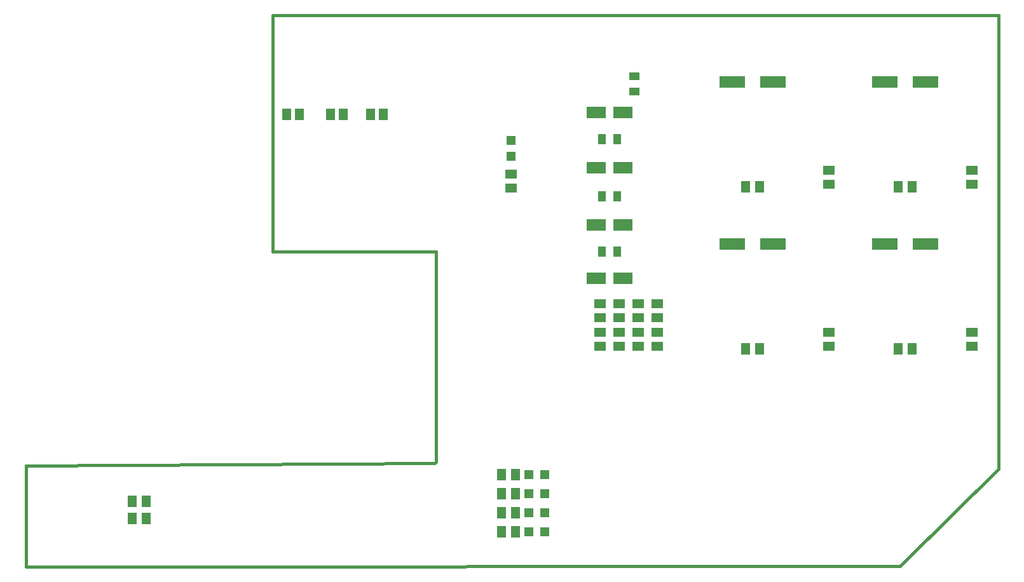
<source format=gtp>
G75*
%MOIN*%
%OFA0B0*%
%FSLAX25Y25*%
%IPPOS*%
%LPD*%
%AMOC8*
5,1,8,0,0,1.08239X$1,22.5*
%
%ADD10C,0.01600*%
%ADD11C,0.01200*%
%ADD12R,0.13780X0.06299*%
%ADD13R,0.05118X0.06299*%
%ADD14R,0.06299X0.05118*%
%ADD15R,0.04724X0.04724*%
%ADD16R,0.10236X0.06299*%
%ADD17R,0.04331X0.05512*%
%ADD18R,0.05512X0.04331*%
%ADD19R,0.05118X0.05906*%
D10*
X0002800Y0040700D02*
X0461300Y0041000D01*
X0464300Y0044000D01*
X0512800Y0092000D01*
X0512800Y0330000D01*
X0218800Y0330000D01*
X0218700Y0330000D02*
X0132300Y0330000D01*
X0132300Y0206000D01*
X0217900Y0206000D01*
X0217900Y0095600D01*
X0217200Y0094800D02*
X0002800Y0093500D01*
X0002800Y0040700D01*
D11*
X0217300Y0095000D02*
X0218300Y0096000D01*
D12*
X0373170Y0210000D03*
X0394430Y0210000D03*
X0453170Y0210000D03*
X0474430Y0210000D03*
X0474430Y0295000D03*
X0453170Y0295000D03*
X0394430Y0295000D03*
X0373170Y0295000D03*
D13*
X0380060Y0240000D03*
X0387540Y0240000D03*
X0460060Y0240000D03*
X0467540Y0240000D03*
X0467540Y0155000D03*
X0460060Y0155000D03*
X0387540Y0155000D03*
X0380060Y0155000D03*
X0259540Y0089000D03*
X0252060Y0089000D03*
X0252060Y0079000D03*
X0259540Y0079000D03*
X0259540Y0069000D03*
X0252060Y0069000D03*
X0252060Y0059000D03*
X0259540Y0059000D03*
X0066040Y0066000D03*
X0058560Y0066000D03*
X0058560Y0075000D03*
X0066040Y0075000D03*
D14*
X0303800Y0156260D03*
X0313800Y0156260D03*
X0323800Y0156260D03*
X0333800Y0156260D03*
X0333800Y0163740D03*
X0333800Y0171260D03*
X0333800Y0178740D03*
X0323800Y0178740D03*
X0323800Y0171260D03*
X0323800Y0163740D03*
X0313800Y0163740D03*
X0313800Y0171260D03*
X0313800Y0178740D03*
X0303800Y0178740D03*
X0303800Y0171260D03*
X0303800Y0163740D03*
X0257300Y0239260D03*
X0257300Y0246740D03*
X0423800Y0248740D03*
X0423800Y0241260D03*
X0498800Y0241260D03*
X0498800Y0248740D03*
X0498800Y0163740D03*
X0498800Y0156260D03*
X0423800Y0156260D03*
X0423800Y0163740D03*
D15*
X0274934Y0089000D03*
X0266666Y0089000D03*
X0266666Y0079000D03*
X0274934Y0079000D03*
X0274934Y0069000D03*
X0266666Y0069000D03*
X0266666Y0059000D03*
X0274934Y0059000D03*
X0257300Y0255866D03*
X0257300Y0264134D03*
D16*
X0301713Y0250000D03*
X0315887Y0250000D03*
X0315887Y0279000D03*
X0301713Y0279000D03*
X0301713Y0220000D03*
X0315887Y0220000D03*
X0315887Y0192000D03*
X0301713Y0192000D03*
D17*
X0304863Y0206000D03*
X0312737Y0206000D03*
X0312737Y0235000D03*
X0304863Y0235000D03*
X0304863Y0265000D03*
X0312737Y0265000D03*
D18*
X0321800Y0290063D03*
X0321800Y0297937D03*
D19*
X0190246Y0278000D03*
X0183554Y0278000D03*
X0169246Y0278000D03*
X0162554Y0278000D03*
X0146246Y0278000D03*
X0139554Y0278000D03*
M02*

</source>
